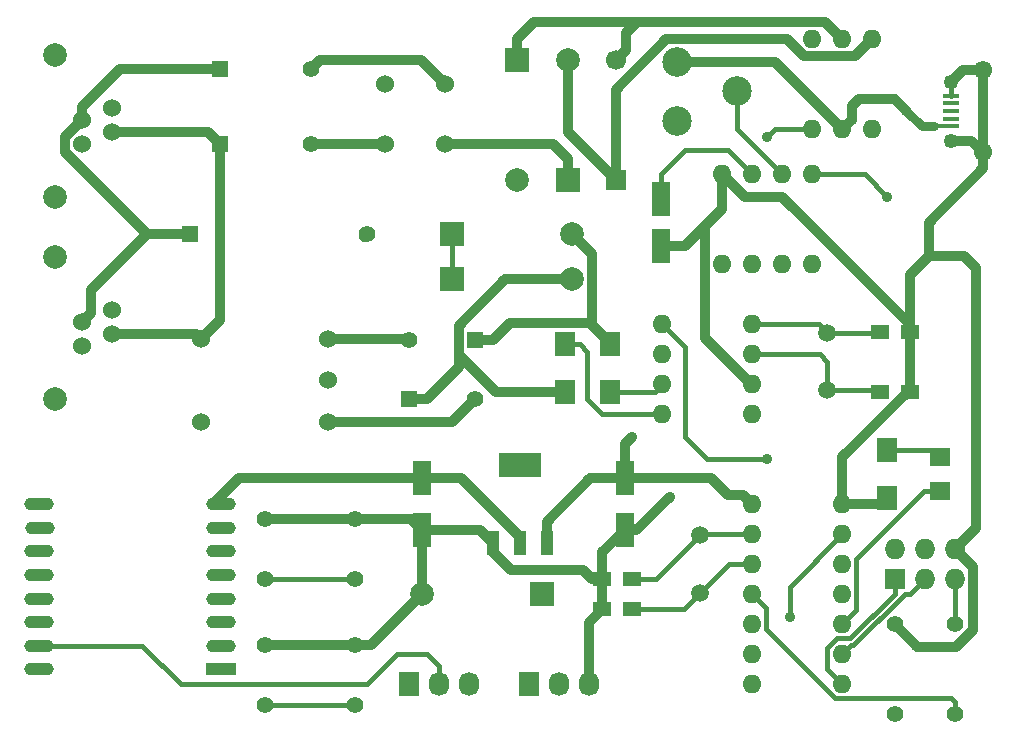
<source format=gtl>
G04 #@! TF.FileFunction,Copper,L1,Top,Signal*
%FSLAX46Y46*%
G04 Gerber Fmt 4.6, Leading zero omitted, Abs format (unit mm)*
G04 Created by KiCad (PCBNEW 4.0.2+dfsg1-stable) date Sat Feb 27 20:39:48 2016*
%MOMM*%
G01*
G04 APERTURE LIST*
%ADD10C,0.150000*%
%ADD11R,2.500000X1.100000*%
%ADD12O,2.500000X1.100000*%
%ADD13R,1.727200X2.032000*%
%ADD14O,1.727200X2.032000*%
%ADD15C,1.699260*%
%ADD16R,1.699260X1.699260*%
%ADD17R,1.800860X1.597660*%
%ADD18R,1.400000X1.400000*%
%ADD19C,1.400000*%
%ADD20R,1.700000X2.000000*%
%ADD21R,1.500000X1.250000*%
%ADD22R,1.600200X2.999740*%
%ADD23C,1.501140*%
%ADD24O,1.600000X1.600000*%
%ADD25R,3.657600X2.032000*%
%ADD26R,1.016000X2.032000*%
%ADD27C,1.397000*%
%ADD28C,2.499360*%
%ADD29C,1.998980*%
%ADD30R,1.998980X1.998980*%
%ADD31R,1.727200X1.727200*%
%ADD32O,1.727200X1.727200*%
%ADD33C,1.524000*%
%ADD34R,1.350000X0.400000*%
%ADD35C,1.250000*%
%ADD36C,1.550000*%
%ADD37C,2.000000*%
%ADD38R,1.501140X2.999740*%
%ADD39C,0.889000*%
%ADD40C,0.812800*%
%ADD41C,0.401000*%
%ADD42C,0.720000*%
%ADD43C,0.360000*%
G04 APERTURE END LIST*
D10*
D11*
X182975000Y-167670000D03*
D12*
X182975000Y-165670000D03*
X182975000Y-163670000D03*
X182975000Y-161670000D03*
X182975000Y-159670000D03*
X182975000Y-157670000D03*
X182975000Y-155670000D03*
X182975000Y-153670000D03*
X167575000Y-153670000D03*
X167675000Y-155670000D03*
X167575000Y-157670000D03*
X167575000Y-159670000D03*
X167575000Y-161670000D03*
X167575000Y-163670000D03*
X167575000Y-165670000D03*
X167575000Y-167670000D03*
D13*
X209042000Y-168910000D03*
D14*
X211582000Y-168910000D03*
X214122000Y-168910000D03*
D15*
X216408000Y-116078000D03*
D16*
X216408000Y-126238000D03*
D17*
X243840000Y-152549860D03*
X243840000Y-149710140D03*
D18*
X198882000Y-144780000D03*
D19*
X198882000Y-139780000D03*
D18*
X204470000Y-139780000D03*
D19*
X204470000Y-144780000D03*
D20*
X212090000Y-144145000D03*
X212090000Y-140145000D03*
X215900000Y-140145000D03*
X215900000Y-144145000D03*
X239395000Y-149130000D03*
X239395000Y-153130000D03*
D21*
X217785000Y-160020000D03*
X215285000Y-160020000D03*
X217785000Y-162560000D03*
X215285000Y-162560000D03*
X238780000Y-139065000D03*
X241280000Y-139065000D03*
X238780000Y-144145000D03*
X241280000Y-144145000D03*
D22*
X200025000Y-151470360D03*
X200025000Y-155869640D03*
X217170000Y-151470360D03*
X217170000Y-155869640D03*
D23*
X223520000Y-161190940D03*
X223520000Y-156309060D03*
X234315000Y-144045940D03*
X234315000Y-139164060D03*
D24*
X233045000Y-125730000D03*
X230505000Y-125730000D03*
X227965000Y-125730000D03*
X225425000Y-125730000D03*
X225425000Y-133350000D03*
X227965000Y-133350000D03*
X230505000Y-133350000D03*
X233045000Y-133350000D03*
D25*
X208280000Y-150368000D03*
D26*
X208280000Y-156972000D03*
X210566000Y-156972000D03*
X205994000Y-156972000D03*
D27*
X194310000Y-154940000D03*
X194310000Y-160020000D03*
X186690000Y-154940000D03*
X186690000Y-160020000D03*
X240030000Y-163830000D03*
X245110000Y-163830000D03*
X240030000Y-171450000D03*
X245110000Y-171450000D03*
X194310000Y-165608000D03*
X194310000Y-170688000D03*
X186690000Y-165608000D03*
X186690000Y-170688000D03*
D28*
X226654360Y-118704360D03*
X221615000Y-121203720D03*
X221615000Y-116205000D03*
D24*
X227965000Y-153670000D03*
X227965000Y-156210000D03*
X227965000Y-158750000D03*
X227965000Y-161290000D03*
X227965000Y-163830000D03*
X227965000Y-166370000D03*
X227965000Y-168910000D03*
X235585000Y-168910000D03*
X235585000Y-166370000D03*
X235585000Y-163830000D03*
X235585000Y-161290000D03*
X235585000Y-158750000D03*
X235585000Y-156210000D03*
X235585000Y-153670000D03*
X220345000Y-138430000D03*
X220345000Y-140970000D03*
X220345000Y-143510000D03*
X220345000Y-146050000D03*
X227965000Y-146050000D03*
X227965000Y-143510000D03*
X227965000Y-140970000D03*
X227965000Y-138430000D03*
X238125000Y-114300000D03*
X235585000Y-114300000D03*
X233045000Y-114300000D03*
X233045000Y-121920000D03*
X235585000Y-121920000D03*
X238125000Y-121920000D03*
D29*
X200025000Y-161292540D03*
D30*
X210185000Y-161292540D03*
D29*
X212725000Y-134620000D03*
D30*
X202565000Y-134620000D03*
D29*
X212725000Y-130794760D03*
D30*
X202565000Y-130794760D03*
D29*
X208031080Y-126238000D03*
D30*
X208031080Y-116078000D03*
D29*
X212344000Y-116078000D03*
D30*
X212344000Y-126238000D03*
D31*
X240030000Y-160020000D03*
D32*
X240030000Y-157480000D03*
X242570000Y-160020000D03*
X242570000Y-157480000D03*
X245110000Y-160020000D03*
X245110000Y-157480000D03*
D18*
X180340000Y-130810000D03*
D19*
X195340000Y-130810000D03*
D18*
X182880000Y-123190000D03*
D19*
X190630000Y-123190000D03*
D18*
X182880000Y-116840000D03*
D19*
X190630000Y-116840000D03*
D33*
X201930000Y-123190000D03*
X196850000Y-123190000D03*
X196850000Y-118110000D03*
X201930000Y-118110000D03*
X192087500Y-146685000D03*
X192087500Y-143192500D03*
X192087500Y-139700000D03*
X181292500Y-139700000D03*
X181292500Y-146685000D03*
D34*
X244817460Y-121696900D03*
X244817460Y-121046900D03*
X244817460Y-120396900D03*
X244817460Y-119746900D03*
X244817460Y-119096900D03*
D35*
X244817460Y-122896900D03*
X244817460Y-117896900D03*
D36*
X247517460Y-123896900D03*
X247517460Y-116896900D03*
D33*
X173750000Y-122170000D03*
X173750000Y-120130000D03*
X171210000Y-121150000D03*
X171210000Y-123190000D03*
D37*
X168910000Y-127660000D03*
X168910000Y-115660000D03*
D33*
X173750000Y-139290000D03*
X173750000Y-137250000D03*
X171210000Y-138270000D03*
X171210000Y-140310000D03*
D37*
X168910000Y-144780000D03*
X168910000Y-132780000D03*
D38*
X220218000Y-131792980D03*
X220218000Y-127795020D03*
D13*
X198882000Y-168910000D03*
D14*
X201422000Y-168910000D03*
X203962000Y-168910000D03*
D39*
X220980000Y-153035000D03*
X217805000Y-147955000D03*
X229235000Y-122555000D03*
X229235000Y-149860000D03*
X239395000Y-127635000D03*
X231140000Y-163195000D03*
D40*
X205994000Y-156972000D02*
X205994000Y-157734000D01*
X205994000Y-157734000D02*
X207518000Y-159258000D01*
X214376000Y-160020000D02*
X215285000Y-160020000D01*
X213614000Y-159258000D02*
X214376000Y-160020000D01*
X207518000Y-159258000D02*
X213614000Y-159258000D01*
X214122000Y-168910000D02*
X214122000Y-163723000D01*
X214122000Y-163723000D02*
X215285000Y-162560000D01*
X220218000Y-131792980D02*
X222280626Y-131792980D01*
X222280626Y-131792980D02*
X223964599Y-130109007D01*
X225425000Y-125730000D02*
X225425000Y-128648606D01*
X225425000Y-128648606D02*
X223964599Y-130109007D01*
X223964599Y-130109007D02*
X223964599Y-139636599D01*
X223964599Y-139636599D02*
X227838000Y-143510000D01*
X227838000Y-143510000D02*
X227965000Y-143510000D01*
X194310000Y-165608000D02*
X195709540Y-165608000D01*
X195709540Y-165608000D02*
X200025000Y-161292540D01*
X186690000Y-165608000D02*
X194310000Y-165608000D01*
X194310000Y-154940000D02*
X199095360Y-154940000D01*
X199095360Y-154940000D02*
X200025000Y-155869640D01*
X186690000Y-154940000D02*
X194310000Y-154940000D01*
X247517460Y-116896900D02*
X245817460Y-116896900D01*
X245817460Y-116896900D02*
X244817460Y-117896900D01*
X247517460Y-123896900D02*
X247517460Y-116896900D01*
X244817460Y-122896900D02*
X246517460Y-122896900D01*
X246517460Y-122896900D02*
X247517460Y-123896900D01*
X247517460Y-123896900D02*
X247517460Y-125209700D01*
X247517460Y-125209700D02*
X242894660Y-129832500D01*
X242894660Y-129832500D02*
X242894660Y-132675900D01*
D41*
X244817460Y-117896900D02*
X244817460Y-119092399D01*
D40*
X217170000Y-155869640D02*
X218145360Y-155869640D01*
X218145360Y-155869640D02*
X220980000Y-153035000D01*
X215285000Y-160020000D02*
X215285000Y-157754640D01*
X215285000Y-157754640D02*
X217170000Y-155869640D01*
X205994000Y-156972000D02*
X205994000Y-157480000D01*
X200025000Y-155869640D02*
X204891640Y-155869640D01*
X204891640Y-155869640D02*
X205994000Y-156972000D01*
X200025000Y-161292540D02*
X200025000Y-155869640D01*
X215285000Y-160020000D02*
X215285000Y-162560000D01*
X245216174Y-165735000D02*
X241935000Y-165735000D01*
X241935000Y-165735000D02*
X240030000Y-163830000D01*
X245110000Y-157480000D02*
X246634001Y-159004001D01*
X246634001Y-159004001D02*
X246634001Y-164317173D01*
X246634001Y-164317173D02*
X245216174Y-165735000D01*
X245110000Y-157480000D02*
X246882460Y-155707540D01*
X246882460Y-155707540D02*
X246882460Y-133675900D01*
X235585000Y-153670000D02*
X238855000Y-153670000D01*
X238855000Y-153670000D02*
X239395000Y-153130000D01*
X241280000Y-144145000D02*
X241155000Y-144145000D01*
X241155000Y-144145000D02*
X235585000Y-149715000D01*
X235585000Y-149715000D02*
X235585000Y-153670000D01*
X230485000Y-127635000D02*
X227330000Y-127635000D01*
X227330000Y-127635000D02*
X225425000Y-125730000D01*
X241280000Y-138430000D02*
X241280000Y-139065000D01*
X241280000Y-134290560D02*
X241280000Y-138430000D01*
X241280000Y-138430000D02*
X230485000Y-127635000D01*
X241280000Y-139065000D02*
X241280000Y-144145000D01*
X245882460Y-132675900D02*
X242894660Y-132675900D01*
X242894660Y-132675900D02*
X241280000Y-134290560D01*
X245882460Y-132675900D02*
X246882460Y-133675900D01*
X236982000Y-119380000D02*
X240030000Y-119380000D01*
X240030000Y-119380000D02*
X241109599Y-120459599D01*
X236384999Y-119977001D02*
X236982000Y-119380000D01*
X235585000Y-121920000D02*
X236384999Y-121120001D01*
X236384999Y-121120001D02*
X236384999Y-119977001D01*
D42*
X243362900Y-121696900D02*
X242346900Y-121696900D01*
X242346900Y-121696900D02*
X241109599Y-120459599D01*
D43*
X244817460Y-121696900D02*
X243362900Y-121696900D01*
D40*
X217170000Y-151470360D02*
X224495360Y-151470360D01*
X224495360Y-151470360D02*
X225895001Y-152870001D01*
X225895001Y-152870001D02*
X227165001Y-152870001D01*
X227165001Y-152870001D02*
X227965000Y-153670000D01*
X217170000Y-151470360D02*
X217170000Y-148590000D01*
X217170000Y-148590000D02*
X217805000Y-147955000D01*
X210566000Y-156972000D02*
X210566000Y-155143200D01*
X210566000Y-155143200D02*
X214238840Y-151470360D01*
X214238840Y-151470360D02*
X217170000Y-151470360D01*
X221615000Y-116205000D02*
X229870000Y-116205000D01*
X229870000Y-116205000D02*
X235585000Y-121920000D01*
D41*
X220218000Y-127795020D02*
X220218000Y-125730000D01*
X225933000Y-123698000D02*
X227965000Y-125730000D01*
X222250000Y-123698000D02*
X225933000Y-123698000D01*
X220218000Y-125730000D02*
X222250000Y-123698000D01*
X233045000Y-121920000D02*
X229870000Y-121920000D01*
X229870000Y-121920000D02*
X229235000Y-122555000D01*
X215900000Y-144145000D02*
X219710000Y-144145000D01*
X219710000Y-144145000D02*
X220345000Y-143510000D01*
X213995000Y-140799000D02*
X213995000Y-144810902D01*
X213995000Y-144810902D02*
X215234098Y-146050000D01*
X215234098Y-146050000D02*
X220345000Y-146050000D01*
X212090000Y-140145000D02*
X213341000Y-140145000D01*
X213341000Y-140145000D02*
X213995000Y-140799000D01*
X222250000Y-147955000D02*
X224155000Y-149860000D01*
X224155000Y-149860000D02*
X229235000Y-149860000D01*
X222250000Y-140335000D02*
X222250000Y-147955000D01*
X220345000Y-138430000D02*
X222250000Y-140335000D01*
D40*
X190630000Y-116840000D02*
X191392000Y-116078000D01*
X191392000Y-116078000D02*
X199898000Y-116078000D01*
X199898000Y-116078000D02*
X201930000Y-118110000D01*
X190630000Y-123190000D02*
X196850000Y-123190000D01*
X195086000Y-131064000D02*
X195340000Y-130810000D01*
X204470000Y-139780000D02*
X205982800Y-139780000D01*
X205982800Y-139780000D02*
X207430600Y-138332200D01*
X207430600Y-138332200D02*
X214237200Y-138332200D01*
X212725000Y-130794760D02*
X214384891Y-132454651D01*
X214384891Y-132454651D02*
X214384891Y-138184509D01*
X214384891Y-138184509D02*
X214237200Y-138332200D01*
X214237200Y-138332200D02*
X215900000Y-139995000D01*
X215900000Y-139995000D02*
X215900000Y-140145000D01*
X203109599Y-141008321D02*
X203109599Y-142065201D01*
X203109599Y-142065201D02*
X200394800Y-144780000D01*
X200394800Y-144780000D02*
X198882000Y-144780000D01*
X212090000Y-144145000D02*
X206246278Y-144145000D01*
X206246278Y-144145000D02*
X203109599Y-141008321D01*
X203109599Y-141008321D02*
X203109599Y-138551679D01*
X207041278Y-134620000D02*
X212725000Y-134620000D01*
X203109599Y-138551679D02*
X207041278Y-134620000D01*
X192087500Y-139700000D02*
X198802000Y-139700000D01*
X198802000Y-139700000D02*
X198882000Y-139780000D01*
D41*
X234315000Y-144045940D02*
X238680940Y-144045940D01*
X238680940Y-144045940D02*
X238780000Y-144145000D01*
X227965000Y-140970000D02*
X233680000Y-140970000D01*
X233680000Y-140970000D02*
X234315000Y-141605000D01*
X234315000Y-141605000D02*
X234315000Y-144045940D01*
X234315000Y-139164060D02*
X238680940Y-139164060D01*
X238680940Y-139164060D02*
X238780000Y-139065000D01*
X227965000Y-138430000D02*
X233580940Y-138430000D01*
X233580940Y-138430000D02*
X234315000Y-139164060D01*
D40*
X216408000Y-126238000D02*
X216408000Y-118585079D01*
X216408000Y-118585079D02*
X220698160Y-114294919D01*
X236664599Y-115760401D02*
X238125000Y-114300000D01*
X220698160Y-114294919D02*
X230878525Y-114294919D01*
X230878525Y-114294919D02*
X232344007Y-115760401D01*
X232344007Y-115760401D02*
X236664599Y-115760401D01*
X212344000Y-116078000D02*
X212344000Y-122174000D01*
X212344000Y-122174000D02*
X216408000Y-126238000D01*
X216378790Y-126238000D02*
X216408000Y-126238000D01*
X209457191Y-112839599D02*
X218186000Y-112839599D01*
X218186000Y-112839599D02*
X234124599Y-112839599D01*
X216408000Y-116078000D02*
X217257629Y-115228371D01*
X217257629Y-115228371D02*
X217257629Y-113767970D01*
X217257629Y-113767970D02*
X218186000Y-112839599D01*
X208031080Y-116078000D02*
X208031080Y-114265710D01*
X208031080Y-114265710D02*
X209457191Y-112839599D01*
X234124599Y-112839599D02*
X235585000Y-114300000D01*
D41*
X202565000Y-134620000D02*
X202565000Y-130794760D01*
X233045000Y-125730000D02*
X237490000Y-125730000D01*
X237490000Y-125730000D02*
X239395000Y-127635000D01*
D40*
X201930000Y-123190000D02*
X211108290Y-123190000D01*
X211108290Y-123190000D02*
X212344000Y-124425710D01*
X212344000Y-124425710D02*
X212344000Y-126238000D01*
D41*
X226654360Y-118704360D02*
X226654360Y-121879360D01*
X226654360Y-121879360D02*
X230505000Y-125730000D01*
D40*
X171210000Y-121150000D02*
X169787599Y-122572401D01*
X169787599Y-123872753D02*
X176724846Y-130810000D01*
X169787599Y-122572401D02*
X169787599Y-123872753D01*
X171210000Y-121150000D02*
X171210000Y-120072370D01*
X174442370Y-116840000D02*
X182880000Y-116840000D01*
X171210000Y-120072370D02*
X174442370Y-116840000D01*
X171210000Y-138270000D02*
X171971999Y-137508001D01*
X176724846Y-130810000D02*
X180340000Y-130810000D01*
X171971999Y-135562847D02*
X176724846Y-130810000D01*
X171971999Y-137508001D02*
X171971999Y-135562847D01*
X173750000Y-122170000D02*
X181860000Y-122170000D01*
X181860000Y-122170000D02*
X182880000Y-123190000D01*
X173750000Y-139290000D02*
X180882500Y-139290000D01*
X182880000Y-123190000D02*
X182880000Y-138112500D01*
X182880000Y-138112500D02*
X181292500Y-139700000D01*
X180882500Y-139290000D02*
X181292500Y-139700000D01*
X192087500Y-146685000D02*
X202565000Y-146685000D01*
X202565000Y-146685000D02*
X204470000Y-144780000D01*
X200025000Y-151470360D02*
X203286360Y-151470360D01*
X203286360Y-151470360D02*
X208280000Y-156464000D01*
X208280000Y-156464000D02*
X208280000Y-156972000D01*
X182275000Y-153670000D02*
X184474640Y-151470360D01*
X184474640Y-151470360D02*
X200025000Y-151470360D01*
D41*
X186690000Y-170688000D02*
X194310000Y-170688000D01*
X182275000Y-167670000D02*
X183672000Y-167670000D01*
X223520000Y-161190940D02*
X225960940Y-158750000D01*
X225960940Y-158750000D02*
X227965000Y-158750000D01*
X217785000Y-162560000D02*
X222150940Y-162560000D01*
X222150940Y-162560000D02*
X223520000Y-161190940D01*
X227965000Y-156210000D02*
X223619060Y-156210000D01*
X223619060Y-156210000D02*
X223520000Y-156309060D01*
X217785000Y-160020000D02*
X219809060Y-160020000D01*
X219809060Y-160020000D02*
X223520000Y-156309060D01*
X234315000Y-167640000D02*
X234315000Y-165863258D01*
X234315000Y-165863258D02*
X235147757Y-165030501D01*
X235147757Y-165030501D02*
X236284099Y-165030501D01*
X236284099Y-165030501D02*
X240030000Y-161284600D01*
X240030000Y-161284600D02*
X240030000Y-160020000D01*
X235585000Y-168910000D02*
X234315000Y-167640000D01*
X235585000Y-166370000D02*
X236323489Y-165631511D01*
X236323489Y-165631511D02*
X236533046Y-165631510D01*
X241305899Y-161284101D02*
X242570000Y-160020000D01*
X236533046Y-165631510D02*
X240880455Y-161284101D01*
X240880455Y-161284101D02*
X241305899Y-161284101D01*
X245110000Y-171450000D02*
X245110000Y-170462172D01*
X245110000Y-170462172D02*
X244758329Y-170110501D01*
X244758329Y-170110501D02*
X235008759Y-170110501D01*
X235008759Y-170110501D02*
X229165501Y-164267243D01*
X229165501Y-164267243D02*
X229165501Y-162490501D01*
X229165501Y-162490501D02*
X227965000Y-161290000D01*
X245110000Y-163830000D02*
X245110000Y-160020000D01*
X239395000Y-149130000D02*
X243259860Y-149130000D01*
X243259860Y-149130000D02*
X243840000Y-149710140D01*
X243840000Y-152549860D02*
X242538570Y-152549860D01*
X242538570Y-152549860D02*
X236785501Y-158302929D01*
X236785501Y-158302929D02*
X236785501Y-162629499D01*
X236785501Y-162629499D02*
X235585000Y-163830000D01*
X235585000Y-156210000D02*
X231140000Y-160655000D01*
X231140000Y-160655000D02*
X231140000Y-163195000D01*
X168275000Y-165670000D02*
X176338000Y-165670000D01*
X201422000Y-167386000D02*
X201422000Y-168910000D01*
X200406000Y-166370000D02*
X201422000Y-167386000D01*
X197866000Y-166370000D02*
X200406000Y-166370000D01*
X195326000Y-168910000D02*
X197866000Y-166370000D01*
X179578000Y-168910000D02*
X195326000Y-168910000D01*
X176338000Y-165670000D02*
X179578000Y-168910000D01*
X186690000Y-160020000D02*
X194310000Y-160020000D01*
X211582000Y-168910000D02*
X211582000Y-168757600D01*
M02*

</source>
